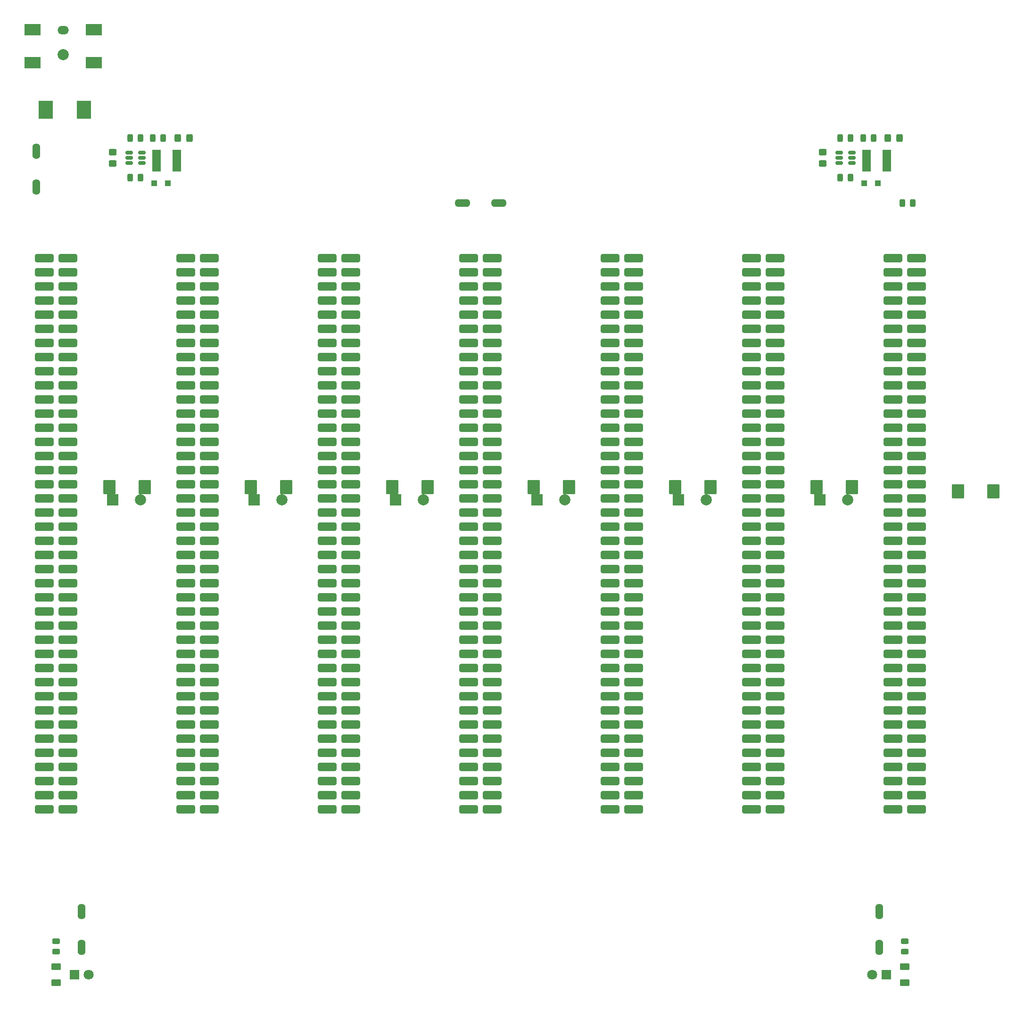
<source format=gbr>
%TF.GenerationSoftware,KiCad,Pcbnew,6.0.1-79c1e3a40b~116~ubuntu20.04.1*%
%TF.CreationDate,2022-02-06T08:21:26-08:00*%
%TF.ProjectId,rc2014-compat-backplane,72633230-3134-42d6-936f-6d7061742d62,rev?*%
%TF.SameCoordinates,Original*%
%TF.FileFunction,Soldermask,Top*%
%TF.FilePolarity,Negative*%
%FSLAX46Y46*%
G04 Gerber Fmt 4.6, Leading zero omitted, Abs format (unit mm)*
G04 Created by KiCad (PCBNEW 6.0.1-79c1e3a40b~116~ubuntu20.04.1) date 2022-02-06 08:21:26*
%MOMM*%
%LPD*%
G01*
G04 APERTURE LIST*
G04 Aperture macros list*
%AMRoundRect*
0 Rectangle with rounded corners*
0 $1 Rounding radius*
0 $2 $3 $4 $5 $6 $7 $8 $9 X,Y pos of 4 corners*
0 Add a 4 corners polygon primitive as box body*
4,1,4,$2,$3,$4,$5,$6,$7,$8,$9,$2,$3,0*
0 Add four circle primitives for the rounded corners*
1,1,$1+$1,$2,$3*
1,1,$1+$1,$4,$5*
1,1,$1+$1,$6,$7*
1,1,$1+$1,$8,$9*
0 Add four rect primitives between the rounded corners*
20,1,$1+$1,$2,$3,$4,$5,0*
20,1,$1+$1,$4,$5,$6,$7,0*
20,1,$1+$1,$6,$7,$8,$9,0*
20,1,$1+$1,$8,$9,$2,$3,0*%
G04 Aperture macros list end*
%ADD10O,1.400000X2.800000*%
%ADD11R,1.800000X1.800000*%
%ADD12C,1.800000*%
%ADD13O,2.800000X1.400000*%
%ADD14RoundRect,0.250000X-0.875000X-1.025000X0.875000X-1.025000X0.875000X1.025000X-0.875000X1.025000X0*%
%ADD15R,2.000000X2.000000*%
%ADD16C,2.000000*%
%ADD17RoundRect,0.243750X0.456250X-0.243750X0.456250X0.243750X-0.456250X0.243750X-0.456250X-0.243750X0*%
%ADD18RoundRect,0.250000X0.625000X-0.375000X0.625000X0.375000X-0.625000X0.375000X-0.625000X-0.375000X0*%
%ADD19O,2.000000X1.500000*%
%ADD20R,3.000000X2.000000*%
%ADD21RoundRect,0.150000X0.512500X0.150000X-0.512500X0.150000X-0.512500X-0.150000X0.512500X-0.150000X0*%
%ADD22RoundRect,0.243750X0.243750X0.456250X-0.243750X0.456250X-0.243750X-0.456250X0.243750X-0.456250X0*%
%ADD23RoundRect,0.243750X-0.243750X-0.456250X0.243750X-0.456250X0.243750X0.456250X-0.243750X0.456250X0*%
%ADD24R,1.500000X4.000000*%
%ADD25R,1.000000X1.000000*%
%ADD26R,2.500000X3.300000*%
%ADD27RoundRect,0.250000X-0.325000X-0.450000X0.325000X-0.450000X0.325000X0.450000X-0.325000X0.450000X0*%
%ADD28RoundRect,0.250000X-0.450000X0.325000X-0.450000X-0.325000X0.450000X-0.325000X0.450000X0.325000X0*%
%ADD29RoundRect,0.375000X-1.325000X-0.375000X1.325000X-0.375000X1.325000X0.375000X-1.325000X0.375000X0*%
G04 APERTURE END LIST*
D10*
%TO.C,R11*%
X185928000Y-188660000D03*
X185928000Y-182180000D03*
%TD*%
%TO.C,R10*%
X42672000Y-188660000D03*
X42672000Y-182180000D03*
%TD*%
D11*
%TO.C,D7*%
X187203000Y-193548000D03*
D12*
X184663000Y-193548000D03*
%TD*%
D11*
%TO.C,D6*%
X41397000Y-193548000D03*
D12*
X43937000Y-193548000D03*
%TD*%
D10*
%TO.C,R1*%
X34544000Y-45528000D03*
X34544000Y-52008000D03*
%TD*%
D13*
%TO.C,R7*%
X117540000Y-54864000D03*
X111060000Y-54864000D03*
%TD*%
D14*
%TO.C,C13*%
X200000000Y-106680000D03*
X206400000Y-106680000D03*
%TD*%
%TO.C,C12*%
X174600000Y-105918000D03*
D15*
X175199000Y-108204000D03*
D14*
X181000000Y-105918000D03*
D16*
X180199000Y-108204000D03*
%TD*%
D14*
%TO.C,C9*%
X149200000Y-105918000D03*
D15*
X149799000Y-108204000D03*
D14*
X155600000Y-105918000D03*
D16*
X154799000Y-108204000D03*
%TD*%
D14*
%TO.C,C6*%
X123800000Y-105918000D03*
D15*
X124399000Y-108204000D03*
D14*
X130200000Y-105918000D03*
D16*
X129399000Y-108204000D03*
%TD*%
D14*
%TO.C,C3*%
X98400000Y-105918000D03*
D15*
X98999000Y-108204000D03*
D14*
X104800000Y-105918000D03*
D16*
X103999000Y-108204000D03*
%TD*%
D14*
%TO.C,C2*%
X73000000Y-105918000D03*
D15*
X73599000Y-108204000D03*
D14*
X79400000Y-105918000D03*
D16*
X78599000Y-108204000D03*
%TD*%
D14*
%TO.C,C1*%
X47600000Y-105918000D03*
D15*
X48199000Y-108204000D03*
D14*
X54000000Y-105918000D03*
D16*
X53199000Y-108204000D03*
%TD*%
D17*
%TO.C,R9*%
X190500000Y-189405500D03*
X190500000Y-187530500D03*
%TD*%
%TO.C,R8*%
X38100000Y-189405500D03*
X38100000Y-187530500D03*
%TD*%
D18*
%TO.C,D5*%
X190500000Y-194948000D03*
X190500000Y-192148000D03*
%TD*%
%TO.C,D4*%
X38100000Y-192148000D03*
X38100000Y-194948000D03*
%TD*%
D16*
%TO.C,J1*%
X39370000Y-28170000D03*
D19*
X39370000Y-23770000D03*
D20*
X44870000Y-23670000D03*
X44870000Y-29670000D03*
X33870000Y-29670000D03*
X33870000Y-23670000D03*
%TD*%
D21*
%TO.C,U2*%
X180969500Y-47686000D03*
X180969500Y-46736000D03*
X180969500Y-45786000D03*
X178694500Y-45786000D03*
X178694500Y-46736000D03*
X178694500Y-47686000D03*
%TD*%
%TO.C,U1*%
X53461500Y-47686000D03*
X53461500Y-46736000D03*
X53461500Y-45786000D03*
X51186500Y-45786000D03*
X51186500Y-46736000D03*
X51186500Y-47686000D03*
%TD*%
D22*
%TO.C,R6*%
X191945500Y-54864000D03*
X190070500Y-54864000D03*
%TD*%
D23*
%TO.C,R5*%
X183037000Y-43180000D03*
X184912000Y-43180000D03*
%TD*%
%TO.C,R3*%
X178894500Y-43180000D03*
X180769500Y-43180000D03*
%TD*%
D24*
%TO.C,L2*%
X183620000Y-47244000D03*
X187220000Y-47244000D03*
%TD*%
%TO.C,L1*%
X59712000Y-47244000D03*
X56112000Y-47244000D03*
%TD*%
D25*
%TO.C,D3*%
X183154000Y-51308000D03*
X185654000Y-51308000D03*
%TD*%
%TO.C,D2*%
X55646000Y-51308000D03*
X58146000Y-51308000D03*
%TD*%
D26*
%TO.C,D1*%
X43024000Y-38100000D03*
X36224000Y-38100000D03*
%TD*%
D27*
%TO.C,C11*%
X187443000Y-43180000D03*
X189493000Y-43180000D03*
%TD*%
D23*
%TO.C,C8*%
X178894500Y-50292000D03*
X180769500Y-50292000D03*
%TD*%
D28*
%TO.C,C5*%
X175768000Y-45711000D03*
X175768000Y-47761000D03*
%TD*%
D29*
%TO.C,J4*%
X61380000Y-64770000D03*
X61380000Y-67310000D03*
X61380000Y-69850000D03*
X61380000Y-72390000D03*
X61380000Y-74930000D03*
X61380000Y-77470000D03*
X61380000Y-80010000D03*
X61380000Y-82550000D03*
X61380000Y-85090000D03*
X61380000Y-87630000D03*
X61380000Y-90170000D03*
X61380000Y-92710000D03*
X61380000Y-95250000D03*
X61380000Y-97790000D03*
X61380000Y-100330000D03*
X61380000Y-102870000D03*
X61380000Y-105410000D03*
X61380000Y-107950000D03*
X61380000Y-110490000D03*
X61380000Y-113030000D03*
X61380000Y-115570000D03*
X61380000Y-118110000D03*
X61380000Y-120650000D03*
X61380000Y-123190000D03*
X61380000Y-125730000D03*
X61380000Y-128270000D03*
X61380000Y-130810000D03*
X61380000Y-133350000D03*
X61380000Y-135890000D03*
X61380000Y-138430000D03*
X61380000Y-140970000D03*
X61380000Y-143510000D03*
X61380000Y-146050000D03*
X61380000Y-148590000D03*
X61380000Y-151130000D03*
X61380000Y-153670000D03*
X61380000Y-156210000D03*
X61380000Y-158750000D03*
X61380000Y-161290000D03*
X61380000Y-163830000D03*
%TD*%
%TO.C,J13*%
X167220000Y-64770000D03*
X167220000Y-67310000D03*
X167220000Y-69850000D03*
X167220000Y-72390000D03*
X167220000Y-74930000D03*
X167220000Y-77470000D03*
X167220000Y-80010000D03*
X167220000Y-82550000D03*
X167220000Y-85090000D03*
X167220000Y-87630000D03*
X167220000Y-90170000D03*
X167220000Y-92710000D03*
X167220000Y-95250000D03*
X167220000Y-97790000D03*
X167220000Y-100330000D03*
X167220000Y-102870000D03*
X167220000Y-105410000D03*
X167220000Y-107950000D03*
X167220000Y-110490000D03*
X167220000Y-113030000D03*
X167220000Y-115570000D03*
X167220000Y-118110000D03*
X167220000Y-120650000D03*
X167220000Y-123190000D03*
X167220000Y-125730000D03*
X167220000Y-128270000D03*
X167220000Y-130810000D03*
X167220000Y-133350000D03*
X167220000Y-135890000D03*
X167220000Y-138430000D03*
X167220000Y-140970000D03*
X167220000Y-143510000D03*
X167220000Y-146050000D03*
X167220000Y-148590000D03*
X167220000Y-151130000D03*
X167220000Y-153670000D03*
X167220000Y-156210000D03*
X167220000Y-158750000D03*
X167220000Y-161290000D03*
X167220000Y-163830000D03*
%TD*%
D23*
%TO.C,R4*%
X55450500Y-43180000D03*
X57325500Y-43180000D03*
%TD*%
D29*
%TO.C,J11*%
X141820000Y-64770000D03*
X141820000Y-67310000D03*
X141820000Y-69850000D03*
X141820000Y-72390000D03*
X141820000Y-74930000D03*
X141820000Y-77470000D03*
X141820000Y-80010000D03*
X141820000Y-82550000D03*
X141820000Y-85090000D03*
X141820000Y-87630000D03*
X141820000Y-90170000D03*
X141820000Y-92710000D03*
X141820000Y-95250000D03*
X141820000Y-97790000D03*
X141820000Y-100330000D03*
X141820000Y-102870000D03*
X141820000Y-105410000D03*
X141820000Y-107950000D03*
X141820000Y-110490000D03*
X141820000Y-113030000D03*
X141820000Y-115570000D03*
X141820000Y-118110000D03*
X141820000Y-120650000D03*
X141820000Y-123190000D03*
X141820000Y-125730000D03*
X141820000Y-128270000D03*
X141820000Y-130810000D03*
X141820000Y-133350000D03*
X141820000Y-135890000D03*
X141820000Y-138430000D03*
X141820000Y-140970000D03*
X141820000Y-143510000D03*
X141820000Y-146050000D03*
X141820000Y-148590000D03*
X141820000Y-151130000D03*
X141820000Y-153670000D03*
X141820000Y-156210000D03*
X141820000Y-158750000D03*
X141820000Y-161290000D03*
X141820000Y-163830000D03*
%TD*%
%TO.C,J10*%
X137580000Y-64770000D03*
X137580000Y-67310000D03*
X137580000Y-69850000D03*
X137580000Y-72390000D03*
X137580000Y-74930000D03*
X137580000Y-77470000D03*
X137580000Y-80010000D03*
X137580000Y-82550000D03*
X137580000Y-85090000D03*
X137580000Y-87630000D03*
X137580000Y-90170000D03*
X137580000Y-92710000D03*
X137580000Y-95250000D03*
X137580000Y-97790000D03*
X137580000Y-100330000D03*
X137580000Y-102870000D03*
X137580000Y-105410000D03*
X137580000Y-107950000D03*
X137580000Y-110490000D03*
X137580000Y-113030000D03*
X137580000Y-115570000D03*
X137580000Y-118110000D03*
X137580000Y-120650000D03*
X137580000Y-123190000D03*
X137580000Y-125730000D03*
X137580000Y-128270000D03*
X137580000Y-130810000D03*
X137580000Y-133350000D03*
X137580000Y-135890000D03*
X137580000Y-138430000D03*
X137580000Y-140970000D03*
X137580000Y-143510000D03*
X137580000Y-146050000D03*
X137580000Y-148590000D03*
X137580000Y-151130000D03*
X137580000Y-153670000D03*
X137580000Y-156210000D03*
X137580000Y-158750000D03*
X137580000Y-161290000D03*
X137580000Y-163830000D03*
%TD*%
%TO.C,J14*%
X188380000Y-64770000D03*
X188380000Y-67310000D03*
X188380000Y-69850000D03*
X188380000Y-72390000D03*
X188380000Y-74930000D03*
X188380000Y-77470000D03*
X188380000Y-80010000D03*
X188380000Y-82550000D03*
X188380000Y-85090000D03*
X188380000Y-87630000D03*
X188380000Y-90170000D03*
X188380000Y-92710000D03*
X188380000Y-95250000D03*
X188380000Y-97790000D03*
X188380000Y-100330000D03*
X188380000Y-102870000D03*
X188380000Y-105410000D03*
X188380000Y-107950000D03*
X188380000Y-110490000D03*
X188380000Y-113030000D03*
X188380000Y-115570000D03*
X188380000Y-118110000D03*
X188380000Y-120650000D03*
X188380000Y-123190000D03*
X188380000Y-125730000D03*
X188380000Y-128270000D03*
X188380000Y-130810000D03*
X188380000Y-133350000D03*
X188380000Y-135890000D03*
X188380000Y-138430000D03*
X188380000Y-140970000D03*
X188380000Y-143510000D03*
X188380000Y-146050000D03*
X188380000Y-148590000D03*
X188380000Y-151130000D03*
X188380000Y-153670000D03*
X188380000Y-156210000D03*
X188380000Y-158750000D03*
X188380000Y-161290000D03*
X188380000Y-163830000D03*
%TD*%
D23*
%TO.C,C7*%
X51386500Y-50292000D03*
X53261500Y-50292000D03*
%TD*%
%TO.C,R2*%
X51386500Y-43180000D03*
X53261500Y-43180000D03*
%TD*%
D27*
%TO.C,C10*%
X59935000Y-43180000D03*
X61985000Y-43180000D03*
%TD*%
D29*
%TO.C,J15*%
X192620000Y-64770000D03*
X192620000Y-67310000D03*
X192620000Y-69850000D03*
X192620000Y-72390000D03*
X192620000Y-74930000D03*
X192620000Y-77470000D03*
X192620000Y-80010000D03*
X192620000Y-82550000D03*
X192620000Y-85090000D03*
X192620000Y-87630000D03*
X192620000Y-90170000D03*
X192620000Y-92710000D03*
X192620000Y-95250000D03*
X192620000Y-97790000D03*
X192620000Y-100330000D03*
X192620000Y-102870000D03*
X192620000Y-105410000D03*
X192620000Y-107950000D03*
X192620000Y-110490000D03*
X192620000Y-113030000D03*
X192620000Y-115570000D03*
X192620000Y-118110000D03*
X192620000Y-120650000D03*
X192620000Y-123190000D03*
X192620000Y-125730000D03*
X192620000Y-128270000D03*
X192620000Y-130810000D03*
X192620000Y-133350000D03*
X192620000Y-135890000D03*
X192620000Y-138430000D03*
X192620000Y-140970000D03*
X192620000Y-143510000D03*
X192620000Y-146050000D03*
X192620000Y-148590000D03*
X192620000Y-151130000D03*
X192620000Y-153670000D03*
X192620000Y-156210000D03*
X192620000Y-158750000D03*
X192620000Y-161290000D03*
X192620000Y-163830000D03*
%TD*%
%TO.C,J3*%
X40220000Y-64770000D03*
X40220000Y-67310000D03*
X40220000Y-69850000D03*
X40220000Y-72390000D03*
X40220000Y-74930000D03*
X40220000Y-77470000D03*
X40220000Y-80010000D03*
X40220000Y-82550000D03*
X40220000Y-85090000D03*
X40220000Y-87630000D03*
X40220000Y-90170000D03*
X40220000Y-92710000D03*
X40220000Y-95250000D03*
X40220000Y-97790000D03*
X40220000Y-100330000D03*
X40220000Y-102870000D03*
X40220000Y-105410000D03*
X40220000Y-107950000D03*
X40220000Y-110490000D03*
X40220000Y-113030000D03*
X40220000Y-115570000D03*
X40220000Y-118110000D03*
X40220000Y-120650000D03*
X40220000Y-123190000D03*
X40220000Y-125730000D03*
X40220000Y-128270000D03*
X40220000Y-130810000D03*
X40220000Y-133350000D03*
X40220000Y-135890000D03*
X40220000Y-138430000D03*
X40220000Y-140970000D03*
X40220000Y-143510000D03*
X40220000Y-146050000D03*
X40220000Y-148590000D03*
X40220000Y-151130000D03*
X40220000Y-153670000D03*
X40220000Y-156210000D03*
X40220000Y-158750000D03*
X40220000Y-161290000D03*
X40220000Y-163830000D03*
%TD*%
%TO.C,J12*%
X162980000Y-64770000D03*
X162980000Y-67310000D03*
X162980000Y-69850000D03*
X162980000Y-72390000D03*
X162980000Y-74930000D03*
X162980000Y-77470000D03*
X162980000Y-80010000D03*
X162980000Y-82550000D03*
X162980000Y-85090000D03*
X162980000Y-87630000D03*
X162980000Y-90170000D03*
X162980000Y-92710000D03*
X162980000Y-95250000D03*
X162980000Y-97790000D03*
X162980000Y-100330000D03*
X162980000Y-102870000D03*
X162980000Y-105410000D03*
X162980000Y-107950000D03*
X162980000Y-110490000D03*
X162980000Y-113030000D03*
X162980000Y-115570000D03*
X162980000Y-118110000D03*
X162980000Y-120650000D03*
X162980000Y-123190000D03*
X162980000Y-125730000D03*
X162980000Y-128270000D03*
X162980000Y-130810000D03*
X162980000Y-133350000D03*
X162980000Y-135890000D03*
X162980000Y-138430000D03*
X162980000Y-140970000D03*
X162980000Y-143510000D03*
X162980000Y-146050000D03*
X162980000Y-148590000D03*
X162980000Y-151130000D03*
X162980000Y-153670000D03*
X162980000Y-156210000D03*
X162980000Y-158750000D03*
X162980000Y-161290000D03*
X162980000Y-163830000D03*
%TD*%
D28*
%TO.C,C4*%
X48260000Y-45711000D03*
X48260000Y-47761000D03*
%TD*%
D29*
%TO.C,J6*%
X86780000Y-64770000D03*
X86780000Y-67310000D03*
X86780000Y-69850000D03*
X86780000Y-72390000D03*
X86780000Y-74930000D03*
X86780000Y-77470000D03*
X86780000Y-80010000D03*
X86780000Y-82550000D03*
X86780000Y-85090000D03*
X86780000Y-87630000D03*
X86780000Y-90170000D03*
X86780000Y-92710000D03*
X86780000Y-95250000D03*
X86780000Y-97790000D03*
X86780000Y-100330000D03*
X86780000Y-102870000D03*
X86780000Y-105410000D03*
X86780000Y-107950000D03*
X86780000Y-110490000D03*
X86780000Y-113030000D03*
X86780000Y-115570000D03*
X86780000Y-118110000D03*
X86780000Y-120650000D03*
X86780000Y-123190000D03*
X86780000Y-125730000D03*
X86780000Y-128270000D03*
X86780000Y-130810000D03*
X86780000Y-133350000D03*
X86780000Y-135890000D03*
X86780000Y-138430000D03*
X86780000Y-140970000D03*
X86780000Y-143510000D03*
X86780000Y-146050000D03*
X86780000Y-148590000D03*
X86780000Y-151130000D03*
X86780000Y-153670000D03*
X86780000Y-156210000D03*
X86780000Y-158750000D03*
X86780000Y-161290000D03*
X86780000Y-163830000D03*
%TD*%
%TO.C,J5*%
X65620000Y-64770000D03*
X65620000Y-67310000D03*
X65620000Y-69850000D03*
X65620000Y-72390000D03*
X65620000Y-74930000D03*
X65620000Y-77470000D03*
X65620000Y-80010000D03*
X65620000Y-82550000D03*
X65620000Y-85090000D03*
X65620000Y-87630000D03*
X65620000Y-90170000D03*
X65620000Y-92710000D03*
X65620000Y-95250000D03*
X65620000Y-97790000D03*
X65620000Y-100330000D03*
X65620000Y-102870000D03*
X65620000Y-105410000D03*
X65620000Y-107950000D03*
X65620000Y-110490000D03*
X65620000Y-113030000D03*
X65620000Y-115570000D03*
X65620000Y-118110000D03*
X65620000Y-120650000D03*
X65620000Y-123190000D03*
X65620000Y-125730000D03*
X65620000Y-128270000D03*
X65620000Y-130810000D03*
X65620000Y-133350000D03*
X65620000Y-135890000D03*
X65620000Y-138430000D03*
X65620000Y-140970000D03*
X65620000Y-143510000D03*
X65620000Y-146050000D03*
X65620000Y-148590000D03*
X65620000Y-151130000D03*
X65620000Y-153670000D03*
X65620000Y-156210000D03*
X65620000Y-158750000D03*
X65620000Y-161290000D03*
X65620000Y-163830000D03*
%TD*%
%TO.C,J8*%
X112180000Y-64770000D03*
X112180000Y-67310000D03*
X112180000Y-69850000D03*
X112180000Y-72390000D03*
X112180000Y-74930000D03*
X112180000Y-77470000D03*
X112180000Y-80010000D03*
X112180000Y-82550000D03*
X112180000Y-85090000D03*
X112180000Y-87630000D03*
X112180000Y-90170000D03*
X112180000Y-92710000D03*
X112180000Y-95250000D03*
X112180000Y-97790000D03*
X112180000Y-100330000D03*
X112180000Y-102870000D03*
X112180000Y-105410000D03*
X112180000Y-107950000D03*
X112180000Y-110490000D03*
X112180000Y-113030000D03*
X112180000Y-115570000D03*
X112180000Y-118110000D03*
X112180000Y-120650000D03*
X112180000Y-123190000D03*
X112180000Y-125730000D03*
X112180000Y-128270000D03*
X112180000Y-130810000D03*
X112180000Y-133350000D03*
X112180000Y-135890000D03*
X112180000Y-138430000D03*
X112180000Y-140970000D03*
X112180000Y-143510000D03*
X112180000Y-146050000D03*
X112180000Y-148590000D03*
X112180000Y-151130000D03*
X112180000Y-153670000D03*
X112180000Y-156210000D03*
X112180000Y-158750000D03*
X112180000Y-161290000D03*
X112180000Y-163830000D03*
%TD*%
%TO.C,J7*%
X91020000Y-64770000D03*
X91020000Y-67310000D03*
X91020000Y-69850000D03*
X91020000Y-72390000D03*
X91020000Y-74930000D03*
X91020000Y-77470000D03*
X91020000Y-80010000D03*
X91020000Y-82550000D03*
X91020000Y-85090000D03*
X91020000Y-87630000D03*
X91020000Y-90170000D03*
X91020000Y-92710000D03*
X91020000Y-95250000D03*
X91020000Y-97790000D03*
X91020000Y-100330000D03*
X91020000Y-102870000D03*
X91020000Y-105410000D03*
X91020000Y-107950000D03*
X91020000Y-110490000D03*
X91020000Y-113030000D03*
X91020000Y-115570000D03*
X91020000Y-118110000D03*
X91020000Y-120650000D03*
X91020000Y-123190000D03*
X91020000Y-125730000D03*
X91020000Y-128270000D03*
X91020000Y-130810000D03*
X91020000Y-133350000D03*
X91020000Y-135890000D03*
X91020000Y-138430000D03*
X91020000Y-140970000D03*
X91020000Y-143510000D03*
X91020000Y-146050000D03*
X91020000Y-148590000D03*
X91020000Y-151130000D03*
X91020000Y-153670000D03*
X91020000Y-156210000D03*
X91020000Y-158750000D03*
X91020000Y-161290000D03*
X91020000Y-163830000D03*
%TD*%
%TO.C,J9*%
X116420000Y-64770000D03*
X116420000Y-67310000D03*
X116420000Y-69850000D03*
X116420000Y-72390000D03*
X116420000Y-74930000D03*
X116420000Y-77470000D03*
X116420000Y-80010000D03*
X116420000Y-82550000D03*
X116420000Y-85090000D03*
X116420000Y-87630000D03*
X116420000Y-90170000D03*
X116420000Y-92710000D03*
X116420000Y-95250000D03*
X116420000Y-97790000D03*
X116420000Y-100330000D03*
X116420000Y-102870000D03*
X116420000Y-105410000D03*
X116420000Y-107950000D03*
X116420000Y-110490000D03*
X116420000Y-113030000D03*
X116420000Y-115570000D03*
X116420000Y-118110000D03*
X116420000Y-120650000D03*
X116420000Y-123190000D03*
X116420000Y-125730000D03*
X116420000Y-128270000D03*
X116420000Y-130810000D03*
X116420000Y-133350000D03*
X116420000Y-135890000D03*
X116420000Y-138430000D03*
X116420000Y-140970000D03*
X116420000Y-143510000D03*
X116420000Y-146050000D03*
X116420000Y-148590000D03*
X116420000Y-151130000D03*
X116420000Y-153670000D03*
X116420000Y-156210000D03*
X116420000Y-158750000D03*
X116420000Y-161290000D03*
X116420000Y-163830000D03*
%TD*%
%TO.C,J2*%
X35980000Y-64770000D03*
X35980000Y-67310000D03*
X35980000Y-69850000D03*
X35980000Y-72390000D03*
X35980000Y-74930000D03*
X35980000Y-77470000D03*
X35980000Y-80010000D03*
X35980000Y-82550000D03*
X35980000Y-85090000D03*
X35980000Y-87630000D03*
X35980000Y-90170000D03*
X35980000Y-92710000D03*
X35980000Y-95250000D03*
X35980000Y-97790000D03*
X35980000Y-100330000D03*
X35980000Y-102870000D03*
X35980000Y-105410000D03*
X35980000Y-107950000D03*
X35980000Y-110490000D03*
X35980000Y-113030000D03*
X35980000Y-115570000D03*
X35980000Y-118110000D03*
X35980000Y-120650000D03*
X35980000Y-123190000D03*
X35980000Y-125730000D03*
X35980000Y-128270000D03*
X35980000Y-130810000D03*
X35980000Y-133350000D03*
X35980000Y-135890000D03*
X35980000Y-138430000D03*
X35980000Y-140970000D03*
X35980000Y-143510000D03*
X35980000Y-146050000D03*
X35980000Y-148590000D03*
X35980000Y-151130000D03*
X35980000Y-153670000D03*
X35980000Y-156210000D03*
X35980000Y-158750000D03*
X35980000Y-161290000D03*
X35980000Y-163830000D03*
%TD*%
M02*

</source>
